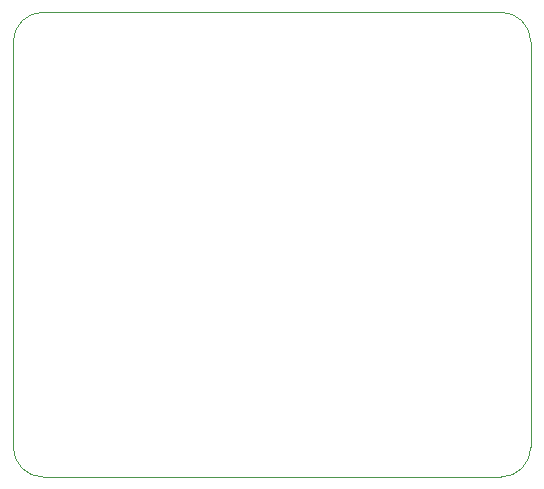
<source format=gm1>
G04 #@! TF.GenerationSoftware,KiCad,Pcbnew,(5.1.10)-1*
G04 #@! TF.CreationDate,2022-01-06T14:13:47-06:00*
G04 #@! TF.ProjectId,MIPI_SPY,4d495049-5f53-4505-992e-6b696361645f,rev?*
G04 #@! TF.SameCoordinates,Original*
G04 #@! TF.FileFunction,Profile,NP*
%FSLAX46Y46*%
G04 Gerber Fmt 4.6, Leading zero omitted, Abs format (unit mm)*
G04 Created by KiCad (PCBNEW (5.1.10)-1) date 2022-01-06 14:13:47*
%MOMM*%
%LPD*%
G01*
G04 APERTURE LIST*
G04 #@! TA.AperFunction,Profile*
%ADD10C,0.050000*%
G04 #@! TD*
G04 APERTURE END LIST*
D10*
X52070000Y-66040000D02*
X52070000Y-31750000D01*
X93345000Y-68580000D02*
X54610000Y-68580000D01*
X95885000Y-31750000D02*
X95885000Y-66040000D01*
X54610000Y-29210000D02*
X93345000Y-29210000D01*
X95885000Y-66040000D02*
G75*
G02*
X93345000Y-68580000I-2540000J0D01*
G01*
X52070000Y-66040000D02*
G75*
G03*
X54610000Y-68580000I2540000J0D01*
G01*
X54610000Y-29210000D02*
G75*
G03*
X52070000Y-31750000I0J-2540000D01*
G01*
X95885000Y-31750000D02*
G75*
G03*
X93345000Y-29210000I-2540000J0D01*
G01*
M02*

</source>
